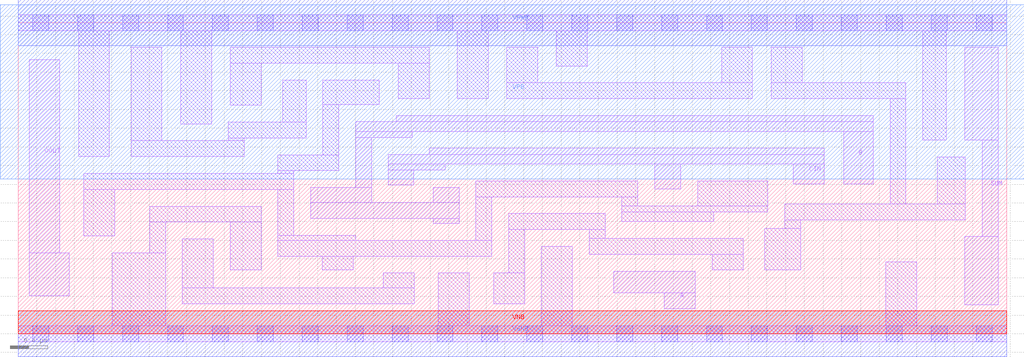
<source format=lef>
# Copyright 2020 The SkyWater PDK Authors
#
# Licensed under the Apache License, Version 2.0 (the "License");
# you may not use this file except in compliance with the License.
# You may obtain a copy of the License at
#
#     https://www.apache.org/licenses/LICENSE-2.0
#
# Unless required by applicable law or agreed to in writing, software
# distributed under the License is distributed on an "AS IS" BASIS,
# WITHOUT WARRANTIES OR CONDITIONS OF ANY KIND, either express or implied.
# See the License for the specific language governing permissions and
# limitations under the License.
#
# SPDX-License-Identifier: Apache-2.0

VERSION 5.7 ;
  NOWIREEXTENSIONATPIN ON ;
  DIVIDERCHAR "/" ;
  BUSBITCHARS "[]" ;
MACRO sky130_fd_sc_lp__fa_lp
  CLASS CORE ;
  FOREIGN sky130_fd_sc_lp__fa_lp ;
  ORIGIN  0.000000  0.000000 ;
  SIZE  10.56000 BY  3.330000 ;
  SYMMETRY X Y R90 ;
  SITE unit ;
  PIN A
    ANTENNAGATEAREA  1.252000 ;
    DIRECTION INPUT ;
    USE SIGNAL ;
    PORT
      LAYER li1 ;
        RECT 6.365000 0.440000 7.235000 0.670000 ;
        RECT 6.905000 0.265000 7.235000 0.440000 ;
    END
  END A
  PIN B
    ANTENNAGATEAREA  1.252000 ;
    DIRECTION INPUT ;
    USE SIGNAL ;
    PORT
      LAYER li1 ;
        RECT 3.125000 1.235000 4.710000 1.405000 ;
        RECT 3.125000 1.405000 3.775000 1.565000 ;
        RECT 3.605000 1.565000 3.775000 2.100000 ;
        RECT 3.605000 2.100000 4.210000 2.165000 ;
        RECT 3.605000 2.165000 9.135000 2.270000 ;
        RECT 4.040000 2.270000 9.135000 2.335000 ;
        RECT 4.435000 1.180000 4.710000 1.235000 ;
        RECT 4.435000 1.405000 4.710000 1.565000 ;
        RECT 8.820000 1.605000 9.135000 2.165000 ;
    END
  END B
  PIN CIN
    ANTENNAGATEAREA  0.939000 ;
    DIRECTION INPUT ;
    USE SIGNAL ;
    PORT
      LAYER li1 ;
        RECT 3.955000 1.590000 4.225000 1.750000 ;
        RECT 3.955000 1.750000 4.560000 1.815000 ;
        RECT 3.955000 1.815000 8.610000 1.920000 ;
        RECT 4.390000 1.920000 8.610000 1.985000 ;
        RECT 6.800000 1.550000 7.080000 1.815000 ;
        RECT 8.280000 1.605000 8.610000 1.815000 ;
    END
  END CIN
  PIN COUT
    ANTENNADIFFAREA  0.404700 ;
    DIRECTION OUTPUT ;
    USE SIGNAL ;
    PORT
      LAYER li1 ;
        RECT 0.115000 0.405000 0.545000 0.865000 ;
        RECT 0.115000 0.865000 0.445000 2.935000 ;
    END
  END COUT
  PIN SUM
    ANTENNADIFFAREA  0.404700 ;
    DIRECTION OUTPUT ;
    USE SIGNAL ;
    PORT
      LAYER li1 ;
        RECT 10.115000 0.310000 10.470000 1.040000 ;
        RECT 10.115000 2.075000 10.470000 3.065000 ;
        RECT 10.300000 1.040000 10.470000 2.075000 ;
    END
  END SUM
  PIN VGND
    DIRECTION INOUT ;
    USE GROUND ;
    PORT
      LAYER met1 ;
        RECT 0.000000 -0.245000 10.560000 0.245000 ;
    END
  END VGND
  PIN VNB
    DIRECTION INOUT ;
    USE GROUND ;
    PORT
      LAYER pwell ;
        RECT 0.000000 0.000000 10.560000 0.245000 ;
    END
  END VNB
  PIN VPB
    DIRECTION INOUT ;
    USE POWER ;
    PORT
      LAYER nwell ;
        RECT -0.190000 1.655000 10.750000 3.520000 ;
    END
  END VPB
  PIN VPWR
    DIRECTION INOUT ;
    USE POWER ;
    PORT
      LAYER met1 ;
        RECT 0.000000 3.085000 10.560000 3.575000 ;
    END
  END VPWR
  OBS
    LAYER li1 ;
      RECT 0.000000 -0.085000 10.560000 0.085000 ;
      RECT 0.000000  3.245000 10.560000 3.415000 ;
      RECT 0.645000  1.895000  0.975000 3.245000 ;
      RECT 0.700000  1.045000  1.030000 1.545000 ;
      RECT 0.700000  1.545000  2.945000 1.715000 ;
      RECT 1.005000  0.085000  1.575000 0.865000 ;
      RECT 1.205000  1.895000  2.415000 2.065000 ;
      RECT 1.205000  2.065000  1.535000 3.065000 ;
      RECT 1.405000  0.865000  1.575000 1.195000 ;
      RECT 1.405000  1.195000  2.595000 1.365000 ;
      RECT 1.735000  2.245000  2.065000 3.245000 ;
      RECT 1.755000  0.320000  4.230000 0.490000 ;
      RECT 1.755000  0.490000  2.085000 1.015000 ;
      RECT 2.245000  2.065000  2.415000 2.095000 ;
      RECT 2.245000  2.095000  3.075000 2.265000 ;
      RECT 2.265000  0.685000  2.595000 1.195000 ;
      RECT 2.265000  2.445000  2.595000 2.895000 ;
      RECT 2.265000  2.895000  4.390000 3.065000 ;
      RECT 2.775000  0.830000  5.060000 1.000000 ;
      RECT 2.775000  1.000000  3.605000 1.055000 ;
      RECT 2.775000  1.055000  2.945000 1.545000 ;
      RECT 2.775000  1.715000  2.945000 1.745000 ;
      RECT 2.775000  1.745000  3.425000 1.915000 ;
      RECT 2.825000  2.265000  3.075000 2.715000 ;
      RECT 3.250000  0.685000  3.580000 0.830000 ;
      RECT 3.255000  1.915000  3.425000 2.450000 ;
      RECT 3.255000  2.450000  3.860000 2.715000 ;
      RECT 3.900000  0.490000  4.230000 0.650000 ;
      RECT 4.060000  2.515000  4.390000 2.895000 ;
      RECT 4.490000  0.085000  4.820000 0.650000 ;
      RECT 4.690000  2.515000  5.020000 3.245000 ;
      RECT 4.890000  1.000000  5.060000 1.465000 ;
      RECT 4.890000  1.465000  6.620000 1.635000 ;
      RECT 5.080000  0.320000  5.410000 0.650000 ;
      RECT 5.220000  2.515000  7.845000 2.685000 ;
      RECT 5.220000  2.685000  5.550000 3.065000 ;
      RECT 5.240000  0.650000  5.410000 1.115000 ;
      RECT 5.240000  1.115000  6.270000 1.285000 ;
      RECT 5.590000  0.085000  5.920000 0.935000 ;
      RECT 5.750000  2.865000  6.080000 3.245000 ;
      RECT 6.100000  0.850000  7.745000 1.020000 ;
      RECT 6.100000  1.020000  6.270000 1.115000 ;
      RECT 6.450000  1.200000  7.430000 1.305000 ;
      RECT 6.450000  1.305000  8.010000 1.370000 ;
      RECT 6.450000  1.370000  6.620000 1.465000 ;
      RECT 7.260000  1.370000  8.010000 1.635000 ;
      RECT 7.415000  0.685000  7.745000 0.850000 ;
      RECT 7.515000  2.685000  7.845000 3.065000 ;
      RECT 7.975000  0.685000  8.360000 1.125000 ;
      RECT 8.045000  2.515000  9.485000 2.685000 ;
      RECT 8.045000  2.685000  8.375000 3.065000 ;
      RECT 8.190000  1.125000  8.360000 1.220000 ;
      RECT 8.190000  1.220000 10.120000 1.390000 ;
      RECT 9.270000  0.085000  9.600000 0.770000 ;
      RECT 9.315000  1.390000  9.485000 2.515000 ;
      RECT 9.665000  2.075000  9.915000 3.245000 ;
      RECT 9.820000  1.390000 10.120000 1.890000 ;
    LAYER mcon ;
      RECT  0.155000 -0.085000  0.325000 0.085000 ;
      RECT  0.155000  3.245000  0.325000 3.415000 ;
      RECT  0.635000 -0.085000  0.805000 0.085000 ;
      RECT  0.635000  3.245000  0.805000 3.415000 ;
      RECT  1.115000 -0.085000  1.285000 0.085000 ;
      RECT  1.115000  3.245000  1.285000 3.415000 ;
      RECT  1.595000 -0.085000  1.765000 0.085000 ;
      RECT  1.595000  3.245000  1.765000 3.415000 ;
      RECT  2.075000 -0.085000  2.245000 0.085000 ;
      RECT  2.075000  3.245000  2.245000 3.415000 ;
      RECT  2.555000 -0.085000  2.725000 0.085000 ;
      RECT  2.555000  3.245000  2.725000 3.415000 ;
      RECT  3.035000 -0.085000  3.205000 0.085000 ;
      RECT  3.035000  3.245000  3.205000 3.415000 ;
      RECT  3.515000 -0.085000  3.685000 0.085000 ;
      RECT  3.515000  3.245000  3.685000 3.415000 ;
      RECT  3.995000 -0.085000  4.165000 0.085000 ;
      RECT  3.995000  3.245000  4.165000 3.415000 ;
      RECT  4.475000 -0.085000  4.645000 0.085000 ;
      RECT  4.475000  3.245000  4.645000 3.415000 ;
      RECT  4.955000 -0.085000  5.125000 0.085000 ;
      RECT  4.955000  3.245000  5.125000 3.415000 ;
      RECT  5.435000 -0.085000  5.605000 0.085000 ;
      RECT  5.435000  3.245000  5.605000 3.415000 ;
      RECT  5.915000 -0.085000  6.085000 0.085000 ;
      RECT  5.915000  3.245000  6.085000 3.415000 ;
      RECT  6.395000 -0.085000  6.565000 0.085000 ;
      RECT  6.395000  3.245000  6.565000 3.415000 ;
      RECT  6.875000 -0.085000  7.045000 0.085000 ;
      RECT  6.875000  3.245000  7.045000 3.415000 ;
      RECT  7.355000 -0.085000  7.525000 0.085000 ;
      RECT  7.355000  3.245000  7.525000 3.415000 ;
      RECT  7.835000 -0.085000  8.005000 0.085000 ;
      RECT  7.835000  3.245000  8.005000 3.415000 ;
      RECT  8.315000 -0.085000  8.485000 0.085000 ;
      RECT  8.315000  3.245000  8.485000 3.415000 ;
      RECT  8.795000 -0.085000  8.965000 0.085000 ;
      RECT  8.795000  3.245000  8.965000 3.415000 ;
      RECT  9.275000 -0.085000  9.445000 0.085000 ;
      RECT  9.275000  3.245000  9.445000 3.415000 ;
      RECT  9.755000 -0.085000  9.925000 0.085000 ;
      RECT  9.755000  3.245000  9.925000 3.415000 ;
      RECT 10.235000 -0.085000 10.405000 0.085000 ;
      RECT 10.235000  3.245000 10.405000 3.415000 ;
  END
END sky130_fd_sc_lp__fa_lp
END LIBRARY

</source>
